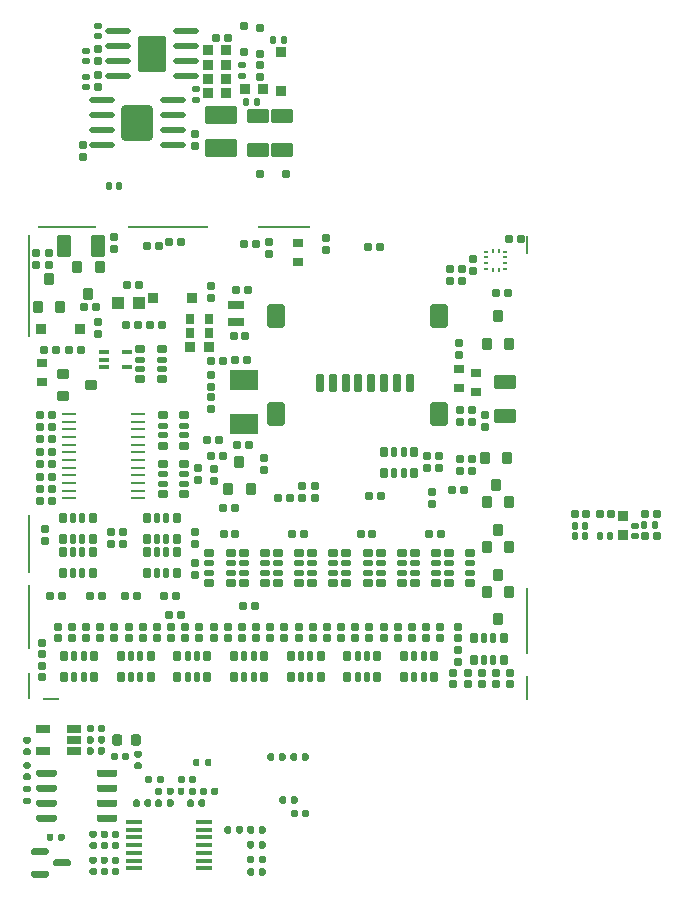
<source format=gbp>
G75*
G70*
%OFA0B0*%
%FSLAX25Y25*%
%IPPOS*%
%LPD*%
%AMOC8*
5,1,8,0,0,1.08239X$1,22.5*
%
%AMM1*
21,1,0.035430,0.030320,0.000000,0.000000,90.000000*
21,1,0.028350,0.037400,0.000000,0.000000,90.000000*
1,1,0.007090,0.015160,0.014170*
1,1,0.007090,0.015160,-0.014170*
1,1,0.007090,-0.015160,-0.014170*
1,1,0.007090,-0.015160,0.014170*
%
%AMM10*
21,1,0.025590,0.026380,0.000000,0.000000,90.000000*
21,1,0.020470,0.031500,0.000000,0.000000,90.000000*
1,1,0.005120,0.013190,0.010240*
1,1,0.005120,0.013190,-0.010240*
1,1,0.005120,-0.013190,-0.010240*
1,1,0.005120,-0.013190,0.010240*
%
%AMM11*
21,1,0.017720,0.027950,0.000000,0.000000,90.000000*
21,1,0.014170,0.031500,0.000000,0.000000,90.000000*
1,1,0.003540,0.013980,0.007090*
1,1,0.003540,0.013980,-0.007090*
1,1,0.003540,-0.013980,-0.007090*
1,1,0.003540,-0.013980,0.007090*
%
%AMM13*
21,1,0.012600,0.028980,0.000000,0.000000,90.000000*
21,1,0.010080,0.031500,0.000000,0.000000,90.000000*
1,1,0.002520,0.014490,0.005040*
1,1,0.002520,0.014490,-0.005040*
1,1,0.002520,-0.014490,-0.005040*
1,1,0.002520,-0.014490,0.005040*
%
%AMM16*
21,1,0.027560,0.018900,0.000000,0.000000,90.000000*
21,1,0.022840,0.023620,0.000000,0.000000,90.000000*
1,1,0.004720,0.009450,0.011420*
1,1,0.004720,0.009450,-0.011420*
1,1,0.004720,-0.009450,-0.011420*
1,1,0.004720,-0.009450,0.011420*
%
%AMM170*
21,1,0.035830,0.026770,0.000000,-0.000000,270.000000*
21,1,0.029130,0.033470,0.000000,-0.000000,270.000000*
1,1,0.006690,-0.013390,-0.014570*
1,1,0.006690,-0.013390,0.014570*
1,1,0.006690,0.013390,0.014570*
1,1,0.006690,0.013390,-0.014570*
%
%AMM171*
21,1,0.070870,0.036220,0.000000,-0.000000,0.000000*
21,1,0.061810,0.045280,0.000000,-0.000000,0.000000*
1,1,0.009060,0.030910,-0.018110*
1,1,0.009060,-0.030910,-0.018110*
1,1,0.009060,-0.030910,0.018110*
1,1,0.009060,0.030910,0.018110*
%
%AMM174*
21,1,0.023620,0.018900,0.000000,-0.000000,0.000000*
21,1,0.018900,0.023620,0.000000,-0.000000,0.000000*
1,1,0.004720,0.009450,-0.009450*
1,1,0.004720,-0.009450,-0.009450*
1,1,0.004720,-0.009450,0.009450*
1,1,0.004720,0.009450,0.009450*
%
%AMM175*
21,1,0.019680,0.019680,0.000000,-0.000000,270.000000*
21,1,0.015750,0.023620,0.000000,-0.000000,270.000000*
1,1,0.003940,-0.009840,-0.007870*
1,1,0.003940,-0.009840,0.007870*
1,1,0.003940,0.009840,0.007870*
1,1,0.003940,0.009840,-0.007870*
%
%AMM176*
21,1,0.019680,0.019680,0.000000,-0.000000,180.000000*
21,1,0.015750,0.023620,0.000000,-0.000000,180.000000*
1,1,0.003940,-0.007870,0.009840*
1,1,0.003940,0.007870,0.009840*
1,1,0.003940,0.007870,-0.009840*
1,1,0.003940,-0.007870,-0.009840*
%
%AMM190*
21,1,0.023620,0.018900,0.000000,-0.000000,270.000000*
21,1,0.018900,0.023620,0.000000,-0.000000,270.000000*
1,1,0.004720,-0.009450,-0.009450*
1,1,0.004720,-0.009450,0.009450*
1,1,0.004720,0.009450,0.009450*
1,1,0.004720,0.009450,-0.009450*
%
%AMM191*
21,1,0.106300,0.050390,0.000000,-0.000000,0.000000*
21,1,0.093700,0.062990,0.000000,-0.000000,0.000000*
1,1,0.012600,0.046850,-0.025200*
1,1,0.012600,-0.046850,-0.025200*
1,1,0.012600,-0.046850,0.025200*
1,1,0.012600,0.046850,0.025200*
%
%AMM192*
21,1,0.033470,0.026770,0.000000,-0.000000,180.000000*
21,1,0.026770,0.033470,0.000000,-0.000000,180.000000*
1,1,0.006690,-0.013390,0.013390*
1,1,0.006690,0.013390,0.013390*
1,1,0.006690,0.013390,-0.013390*
1,1,0.006690,-0.013390,-0.013390*
%
%AMM193*
21,1,0.122050,0.075590,0.000000,-0.000000,90.000000*
21,1,0.103150,0.094490,0.000000,-0.000000,90.000000*
1,1,0.018900,0.037800,0.051580*
1,1,0.018900,0.037800,-0.051580*
1,1,0.018900,-0.037800,-0.051580*
1,1,0.018900,-0.037800,0.051580*
%
%AMM194*
21,1,0.118110,0.083460,0.000000,-0.000000,270.000000*
21,1,0.097240,0.104330,0.000000,-0.000000,270.000000*
1,1,0.020870,-0.041730,-0.048620*
1,1,0.020870,-0.041730,0.048620*
1,1,0.020870,0.041730,0.048620*
1,1,0.020870,0.041730,-0.048620*
%
%AMM33*
21,1,0.033470,0.026770,0.000000,0.000000,180.000000*
21,1,0.026770,0.033470,0.000000,0.000000,180.000000*
1,1,0.006690,-0.013390,0.013390*
1,1,0.006690,0.013390,0.013390*
1,1,0.006690,0.013390,-0.013390*
1,1,0.006690,-0.013390,-0.013390*
%
%AMM34*
21,1,0.035430,0.030320,0.000000,0.000000,180.000000*
21,1,0.028350,0.037400,0.000000,0.000000,180.000000*
1,1,0.007090,-0.014170,0.015160*
1,1,0.007090,0.014170,0.015160*
1,1,0.007090,0.014170,-0.015160*
1,1,0.007090,-0.014170,-0.015160*
%
%AMM35*
21,1,0.035830,0.026770,0.000000,0.000000,0.000000*
21,1,0.029130,0.033470,0.000000,0.000000,0.000000*
1,1,0.006690,0.014570,-0.013390*
1,1,0.006690,-0.014570,-0.013390*
1,1,0.006690,-0.014570,0.013390*
1,1,0.006690,0.014570,0.013390*
%
%AMM36*
21,1,0.070870,0.036220,0.000000,0.000000,0.000000*
21,1,0.061810,0.045280,0.000000,0.000000,0.000000*
1,1,0.009060,0.030910,-0.018110*
1,1,0.009060,-0.030910,-0.018110*
1,1,0.009060,-0.030910,0.018110*
1,1,0.009060,0.030910,0.018110*
%
%AMM37*
21,1,0.059060,0.020470,0.000000,0.000000,90.000000*
21,1,0.053940,0.025590,0.000000,0.000000,90.000000*
1,1,0.005120,0.010240,0.026970*
1,1,0.005120,0.010240,-0.026970*
1,1,0.005120,-0.010240,-0.026970*
1,1,0.005120,-0.010240,0.026970*
%
%AMM38*
21,1,0.078740,0.045670,0.000000,0.000000,90.000000*
21,1,0.067320,0.057090,0.000000,0.000000,90.000000*
1,1,0.011420,0.022840,0.033660*
1,1,0.011420,0.022840,-0.033660*
1,1,0.011420,-0.022840,-0.033660*
1,1,0.011420,-0.022840,0.033660*
%
%AMM39*
21,1,0.025590,0.026380,0.000000,0.000000,0.000000*
21,1,0.020470,0.031500,0.000000,0.000000,0.000000*
1,1,0.005120,0.010240,-0.013190*
1,1,0.005120,-0.010240,-0.013190*
1,1,0.005120,-0.010240,0.013190*
1,1,0.005120,0.010240,0.013190*
%
%AMM40*
21,1,0.017720,0.027950,0.000000,0.000000,0.000000*
21,1,0.014170,0.031500,0.000000,0.000000,0.000000*
1,1,0.003540,0.007090,-0.013980*
1,1,0.003540,-0.007090,-0.013980*
1,1,0.003540,-0.007090,0.013980*
1,1,0.003540,0.007090,0.013980*
%
%AMM41*
21,1,0.027560,0.030710,0.000000,0.000000,90.000000*
21,1,0.022050,0.036220,0.000000,0.000000,90.000000*
1,1,0.005510,0.015350,0.011020*
1,1,0.005510,0.015350,-0.011020*
1,1,0.005510,-0.015350,-0.011020*
1,1,0.005510,-0.015350,0.011020*
%
%AMM42*
21,1,0.027560,0.049610,0.000000,0.000000,270.000000*
21,1,0.022050,0.055120,0.000000,0.000000,270.000000*
1,1,0.005510,-0.024800,-0.011020*
1,1,0.005510,-0.024800,0.011020*
1,1,0.005510,0.024800,0.011020*
1,1,0.005510,0.024800,-0.011020*
%
%AMM43*
21,1,0.027560,0.030710,0.000000,0.000000,0.000000*
21,1,0.022050,0.036220,0.000000,0.000000,0.000000*
1,1,0.005510,0.011020,-0.015350*
1,1,0.005510,-0.011020,-0.015350*
1,1,0.005510,-0.011020,0.015350*
1,1,0.005510,0.011020,0.015350*
%
%AMM44*
21,1,0.070870,0.036220,0.000000,0.000000,90.000000*
21,1,0.061810,0.045280,0.000000,0.000000,90.000000*
1,1,0.009060,0.018110,0.030910*
1,1,0.009060,0.018110,-0.030910*
1,1,0.009060,-0.018110,-0.030910*
1,1,0.009060,-0.018110,0.030910*
%
%AMM59*
21,1,0.023620,0.018900,0.000000,0.000000,180.000000*
21,1,0.018900,0.023620,0.000000,0.000000,180.000000*
1,1,0.004720,-0.009450,0.009450*
1,1,0.004720,0.009450,0.009450*
1,1,0.004720,0.009450,-0.009450*
1,1,0.004720,-0.009450,-0.009450*
%
%AMM60*
21,1,0.019680,0.019680,0.000000,0.000000,270.000000*
21,1,0.015750,0.023620,0.000000,0.000000,270.000000*
1,1,0.003940,-0.009840,-0.007870*
1,1,0.003940,-0.009840,0.007870*
1,1,0.003940,0.009840,0.007870*
1,1,0.003940,0.009840,-0.007870*
%
%AMM61*
21,1,0.033470,0.026770,0.000000,0.000000,270.000000*
21,1,0.026770,0.033470,0.000000,0.000000,270.000000*
1,1,0.006690,-0.013390,-0.013390*
1,1,0.006690,-0.013390,0.013390*
1,1,0.006690,0.013390,0.013390*
1,1,0.006690,0.013390,-0.013390*
%
%AMM62*
21,1,0.019680,0.019680,0.000000,0.000000,0.000000*
21,1,0.015750,0.023620,0.000000,0.000000,0.000000*
1,1,0.003940,0.007870,-0.009840*
1,1,0.003940,-0.007870,-0.009840*
1,1,0.003940,-0.007870,0.009840*
1,1,0.003940,0.007870,0.009840*
%
%AMM7*
21,1,0.027560,0.018900,0.000000,0.000000,180.000000*
21,1,0.022840,0.023620,0.000000,0.000000,180.000000*
1,1,0.004720,-0.011420,0.009450*
1,1,0.004720,0.011420,0.009450*
1,1,0.004720,0.011420,-0.009450*
1,1,0.004720,-0.011420,-0.009450*
%
%ADD122M33*%
%ADD123M34*%
%ADD124M35*%
%ADD125R,0.03937X0.04331*%
%ADD126M36*%
%ADD127M37*%
%ADD128M38*%
%ADD130R,0.09449X0.06693*%
%ADD131M39*%
%ADD132M40*%
%ADD133M41*%
%ADD134M42*%
%ADD135M43*%
%ADD136M44*%
%ADD137O,0.04961X0.00984*%
%ADD138R,0.00984X0.01378*%
%ADD139R,0.01378X0.00984*%
%ADD14R,0.00787X0.09055*%
%ADD15R,0.00787X0.21260*%
%ADD16R,0.00787X0.33858*%
%ADD163M59*%
%ADD164M60*%
%ADD165M61*%
%ADD166M62*%
%ADD17R,0.00787X0.19685*%
%ADD18R,0.05512X0.00787*%
%ADD181R,0.05709X0.01772*%
%ADD182R,0.04803X0.02559*%
%ADD19R,0.19685X0.00787*%
%ADD20R,0.26772X0.00787*%
%ADD21R,0.17717X0.00787*%
%ADD22R,0.00787X0.06299*%
%ADD23R,0.00787X0.22441*%
%ADD24R,0.00787X0.07874*%
%ADD251O,0.08661X0.01968*%
%ADD302M170*%
%ADD303M171*%
%ADD306M174*%
%ADD307M175*%
%ADD308M176*%
%ADD322M190*%
%ADD323M191*%
%ADD324M192*%
%ADD325M193*%
%ADD326M194*%
%ADD64M1*%
%ADD70M7*%
%ADD74M10*%
%ADD75M11*%
%ADD79M13*%
%ADD85M16*%
X0000000Y0000000D02*
%LPD*%
G01*
X0207421Y0164902D02*
%LPD*%
G01*
X0009496Y0068685D02*
G01*
G75*
D15*
X0009890Y0096244D02*
D03*
D14*
X0009890Y0073213D02*
D03*
D17*
X0009890Y0120653D02*
D03*
D24*
X0175638Y0072622D02*
D03*
D19*
X0022488Y0226165D02*
D03*
D20*
X0055953Y0226165D02*
D03*
D21*
X0094732Y0226165D02*
D03*
D23*
X0175638Y0094866D02*
D03*
D22*
X0175638Y0220260D02*
D03*
D18*
X0016976Y0069079D02*
D03*
D16*
X0009890Y0206480D02*
D03*
D64*
X0021111Y0169927D02*
D03*
X0030363Y0173667D02*
D03*
D64*
X0021111Y0177408D02*
D03*
D70*
X0157478Y0165142D02*
D03*
X0157478Y0161205D02*
D03*
X0041189Y0120653D02*
D03*
X0041189Y0124590D02*
D03*
X0161858Y0163567D02*
D03*
X0161858Y0159630D02*
D03*
X0038138Y0222819D02*
D03*
X0038138Y0218882D02*
D03*
X0071321Y0145457D02*
D03*
X0071321Y0141520D02*
D03*
X0088226Y0145385D02*
D03*
X0088226Y0149322D02*
D03*
X0066189Y0141913D02*
D03*
X0066189Y0145850D02*
D03*
X0014995Y0125501D02*
D03*
X0014995Y0121564D02*
D03*
X0032724Y0194669D02*
D03*
X0032724Y0190732D02*
D03*
X0012252Y0213764D02*
D03*
X0012252Y0217701D02*
D03*
X0144142Y0137976D02*
D03*
X0144142Y0134039D02*
D03*
X0070520Y0202543D02*
D03*
X0070520Y0206480D02*
D03*
X0100737Y0136106D02*
D03*
X0100737Y0140043D02*
D03*
X0089712Y0217406D02*
D03*
X0089712Y0221342D02*
D03*
X0142567Y0149787D02*
D03*
X0142567Y0145850D02*
D03*
X0146504Y0149787D02*
D03*
X0146504Y0145850D02*
D03*
X0016386Y0213764D02*
D03*
X0016386Y0217701D02*
D03*
X0153394Y0165142D02*
D03*
X0153394Y0161205D02*
D03*
X0153197Y0187583D02*
D03*
X0153197Y0183646D02*
D03*
X0105067Y0136106D02*
D03*
X0105067Y0140043D02*
D03*
X0108709Y0222622D02*
D03*
X0108709Y0218685D02*
D03*
X0070520Y0173016D02*
D03*
X0070520Y0176953D02*
D03*
X0070520Y0169472D02*
D03*
X0070520Y0165535D02*
D03*
X0057134Y0093094D02*
D03*
X0057134Y0089157D02*
D03*
X0061858Y0093094D02*
D03*
X0061858Y0089157D02*
D03*
X0066583Y0093094D02*
D03*
X0066583Y0089157D02*
D03*
X0071307Y0093094D02*
D03*
X0071307Y0089157D02*
D03*
X0155953Y0073803D02*
D03*
X0155953Y0077740D02*
D03*
X0160677Y0077740D02*
D03*
X0160677Y0073803D02*
D03*
X0165401Y0073803D02*
D03*
X0165401Y0077740D02*
D03*
X0170126Y0073803D02*
D03*
X0170126Y0077740D02*
D03*
X0037252Y0120653D02*
D03*
X0037252Y0124590D02*
D03*
X0065205Y0120653D02*
D03*
X0065205Y0124590D02*
D03*
X0033512Y0093094D02*
D03*
X0033512Y0089157D02*
D03*
X0028788Y0093094D02*
D03*
X0028788Y0089157D02*
D03*
X0024063Y0093094D02*
D03*
X0024063Y0089157D02*
D03*
X0019339Y0093094D02*
D03*
X0019339Y0089157D02*
D03*
X0052410Y0093094D02*
D03*
X0052410Y0089157D02*
D03*
X0047685Y0093094D02*
D03*
X0047685Y0089157D02*
D03*
X0042961Y0093094D02*
D03*
X0042961Y0089157D02*
D03*
X0038236Y0093094D02*
D03*
X0038236Y0089157D02*
D03*
X0090205Y0093094D02*
D03*
X0090205Y0089157D02*
D03*
X0085481Y0093094D02*
D03*
X0085481Y0089157D02*
D03*
X0080756Y0093094D02*
D03*
X0080756Y0089157D02*
D03*
X0076032Y0093094D02*
D03*
X0076032Y0089157D02*
D03*
X0109103Y0089157D02*
D03*
X0109103Y0093094D02*
D03*
X0104378Y0093094D02*
D03*
X0104378Y0089157D02*
D03*
X0099654Y0093094D02*
D03*
X0099654Y0089157D02*
D03*
X0094929Y0093094D02*
D03*
X0094929Y0089157D02*
D03*
X0128000Y0093094D02*
D03*
X0128000Y0089157D02*
D03*
X0123276Y0093094D02*
D03*
X0123276Y0089157D02*
D03*
X0118551Y0093094D02*
D03*
X0118551Y0089157D02*
D03*
X0113827Y0093094D02*
D03*
X0113827Y0089157D02*
D03*
X0142173Y0093094D02*
D03*
X0142173Y0089157D02*
D03*
X0137449Y0093094D02*
D03*
X0137449Y0089157D02*
D03*
X0132724Y0093094D02*
D03*
X0132724Y0089157D02*
D03*
X0014220Y0083842D02*
D03*
X0014220Y0087779D02*
D03*
X0151229Y0077740D02*
D03*
X0151229Y0073803D02*
D03*
X0065205Y0110417D02*
D03*
X0065205Y0114354D02*
D03*
X0152803Y0089157D02*
D03*
X0152803Y0093094D02*
D03*
X0014220Y0076165D02*
D03*
X0014220Y0080102D02*
D03*
X0152803Y0085220D02*
D03*
X0152803Y0081283D02*
D03*
X0157921Y0215535D02*
D03*
X0157921Y0211598D02*
D03*
X0146898Y0093094D02*
D03*
X0146898Y0089157D02*
D03*
D74*
X0046898Y0185516D02*
D03*
X0053984Y0185516D02*
D03*
X0053984Y0175476D02*
D03*
X0046898Y0175476D02*
D03*
X0061465Y0137287D02*
D03*
X0054378Y0137287D02*
D03*
X0054378Y0147327D02*
D03*
X0061465Y0147327D02*
D03*
X0061465Y0153429D02*
D03*
X0054378Y0153429D02*
D03*
X0054378Y0163469D02*
D03*
X0061465Y0163469D02*
D03*
X0156937Y0117602D02*
D03*
X0149850Y0117602D02*
D03*
X0149850Y0107563D02*
D03*
X0156937Y0107563D02*
D03*
X0138433Y0107563D02*
D03*
X0145520Y0107563D02*
D03*
X0145520Y0117602D02*
D03*
X0138433Y0117602D02*
D03*
X0088433Y0117602D02*
D03*
X0081347Y0117602D02*
D03*
X0081347Y0107563D02*
D03*
X0088433Y0107563D02*
D03*
X0069929Y0107563D02*
D03*
X0077016Y0107563D02*
D03*
X0077016Y0117602D02*
D03*
X0069929Y0117602D02*
D03*
X0111268Y0117602D02*
D03*
X0104181Y0117602D02*
D03*
X0104181Y0107563D02*
D03*
X0111268Y0107563D02*
D03*
X0092764Y0107563D02*
D03*
X0099851Y0107563D02*
D03*
X0099851Y0117602D02*
D03*
X0092764Y0117602D02*
D03*
X0134103Y0117602D02*
D03*
X0127016Y0117602D02*
D03*
X0127016Y0107563D02*
D03*
X0134103Y0107563D02*
D03*
X0115599Y0107563D02*
D03*
X0122685Y0107563D02*
D03*
X0122685Y0117602D02*
D03*
X0115599Y0117602D02*
D03*
D75*
X0053984Y0178921D02*
D03*
X0053984Y0182071D02*
D03*
X0046898Y0182071D02*
D03*
X0046898Y0178921D02*
D03*
X0054378Y0143882D02*
D03*
X0054378Y0140732D02*
D03*
X0061465Y0140732D02*
D03*
X0061465Y0143882D02*
D03*
X0054378Y0160024D02*
D03*
X0054378Y0156874D02*
D03*
X0061465Y0156874D02*
D03*
X0061465Y0160024D02*
D03*
X0156937Y0114157D02*
D03*
X0156937Y0111008D02*
D03*
X0149850Y0111008D02*
D03*
X0149850Y0114157D02*
D03*
X0138433Y0111008D02*
D03*
X0138433Y0114157D02*
D03*
X0145520Y0114157D02*
D03*
X0145520Y0111008D02*
D03*
X0088433Y0114157D02*
D03*
X0088433Y0111008D02*
D03*
X0081347Y0111008D02*
D03*
X0081347Y0114157D02*
D03*
X0069929Y0111008D02*
D03*
X0069929Y0114157D02*
D03*
X0077016Y0114157D02*
D03*
X0077016Y0111008D02*
D03*
X0111268Y0114157D02*
D03*
X0111268Y0111008D02*
D03*
X0104181Y0111008D02*
D03*
X0104181Y0114157D02*
D03*
X0092764Y0111008D02*
D03*
X0092764Y0114157D02*
D03*
X0099851Y0114157D02*
D03*
X0099851Y0111008D02*
D03*
X0134103Y0114157D02*
D03*
X0134103Y0111008D02*
D03*
X0127016Y0111008D02*
D03*
X0127016Y0114157D02*
D03*
X0115599Y0111008D02*
D03*
X0115599Y0114157D02*
D03*
X0122685Y0114157D02*
D03*
X0122685Y0111008D02*
D03*
D79*
X0034890Y0179512D02*
D03*
X0034890Y0182071D02*
D03*
X0034890Y0184630D02*
D03*
X0042370Y0184630D02*
D03*
X0042370Y0179512D02*
D03*
D85*
X0053197Y0220063D02*
D03*
X0049260Y0220063D02*
D03*
X0169339Y0204315D02*
D03*
X0165401Y0204315D02*
D03*
X0028239Y0199494D02*
D03*
X0032176Y0199494D02*
D03*
X0053984Y0193488D02*
D03*
X0050047Y0193488D02*
D03*
X0042173Y0193488D02*
D03*
X0046110Y0193488D02*
D03*
X0150835Y0138764D02*
D03*
X0154772Y0138764D02*
D03*
X0081543Y0220654D02*
D03*
X0085480Y0220654D02*
D03*
X0150244Y0208449D02*
D03*
X0154181Y0208449D02*
D03*
X0122882Y0219472D02*
D03*
X0126819Y0219472D02*
D03*
X0078406Y0132663D02*
D03*
X0074469Y0132663D02*
D03*
X0069142Y0155299D02*
D03*
X0073079Y0155299D02*
D03*
X0079181Y0153724D02*
D03*
X0083118Y0153724D02*
D03*
X0078394Y0182071D02*
D03*
X0082331Y0182071D02*
D03*
X0173669Y0222228D02*
D03*
X0169732Y0222228D02*
D03*
X0060480Y0221244D02*
D03*
X0056543Y0221244D02*
D03*
X0042567Y0206874D02*
D03*
X0046504Y0206874D02*
D03*
X0153591Y0145063D02*
D03*
X0157528Y0145063D02*
D03*
X0153591Y0149000D02*
D03*
X0157528Y0149000D02*
D03*
X0154181Y0212386D02*
D03*
X0150244Y0212386D02*
D03*
X0127114Y0136500D02*
D03*
X0123177Y0136500D02*
D03*
X0070520Y0181677D02*
D03*
X0074457Y0181677D02*
D03*
X0070520Y0149984D02*
D03*
X0074457Y0149984D02*
D03*
X0078787Y0205299D02*
D03*
X0082724Y0205299D02*
D03*
X0078000Y0189945D02*
D03*
X0081937Y0189945D02*
D03*
X0092862Y0136106D02*
D03*
X0096799Y0136106D02*
D03*
X0147095Y0123803D02*
D03*
X0143158Y0123803D02*
D03*
X0078591Y0123803D02*
D03*
X0074654Y0123803D02*
D03*
X0101425Y0123803D02*
D03*
X0097488Y0123803D02*
D03*
X0124260Y0123803D02*
D03*
X0120323Y0123803D02*
D03*
X0085087Y0099787D02*
D03*
X0081150Y0099787D02*
D03*
X0030035Y0103331D02*
D03*
X0033972Y0103331D02*
D03*
X0020846Y0103331D02*
D03*
X0016909Y0103331D02*
D03*
X0054839Y0103331D02*
D03*
X0058776Y0103331D02*
D03*
X0045650Y0103331D02*
D03*
X0041713Y0103331D02*
D03*
X0018748Y0185220D02*
D03*
X0014811Y0185220D02*
D03*
X0023276Y0185220D02*
D03*
X0027213Y0185220D02*
D03*
X0060284Y0097031D02*
D03*
X0056347Y0097031D02*
D03*
X0013433Y0134827D02*
D03*
X0017370Y0134827D02*
D03*
X0013433Y0147228D02*
D03*
X0017370Y0147228D02*
D03*
X0013433Y0151362D02*
D03*
X0017370Y0151362D02*
D03*
X0013433Y0159630D02*
D03*
X0017370Y0159630D02*
D03*
X0013433Y0155496D02*
D03*
X0017370Y0155496D02*
D03*
X0013433Y0163764D02*
D03*
X0017370Y0163764D02*
D03*
X0013433Y0143095D02*
D03*
X0017370Y0143095D02*
D03*
X0013433Y0138961D02*
D03*
X0017370Y0138961D02*
D03*
D122*
X0063473Y0186205D02*
D03*
X0069693Y0186205D02*
D03*
D123*
X0166076Y0196556D02*
D03*
X0169816Y0187304D02*
D03*
X0083647Y0138805D02*
D03*
X0079907Y0148057D02*
D03*
X0020126Y0199669D02*
D03*
X0016386Y0208921D02*
D03*
X0025835Y0213094D02*
D03*
X0029575Y0203843D02*
D03*
X0162449Y0104709D02*
D03*
X0166189Y0095457D02*
D03*
X0166189Y0110352D02*
D03*
X0162449Y0119604D02*
D03*
X0162449Y0134499D02*
D03*
X0166189Y0125247D02*
D03*
X0161662Y0149394D02*
D03*
X0165402Y0140142D02*
D03*
D123*
X0162336Y0187304D02*
D03*
X0076167Y0138805D02*
D03*
X0012646Y0199669D02*
D03*
X0033315Y0213095D02*
D03*
X0169929Y0104709D02*
D03*
X0169929Y0119604D02*
D03*
X0169929Y0134499D02*
D03*
X0169142Y0149394D02*
D03*
D124*
X0013827Y0192307D02*
D03*
X0026819Y0192307D02*
D03*
X0051228Y0202543D02*
D03*
X0064221Y0202543D02*
D03*
D125*
X0046307Y0200968D02*
D03*
X0039614Y0200968D02*
D03*
D126*
X0168551Y0163173D02*
D03*
X0168551Y0174590D02*
D03*
D127*
X0106622Y0174209D02*
D03*
X0110953Y0174209D02*
D03*
X0115284Y0174209D02*
D03*
X0119614Y0174209D02*
D03*
X0123945Y0174209D02*
D03*
X0128276Y0174209D02*
D03*
X0132607Y0174209D02*
D03*
X0136937Y0174209D02*
D03*
D128*
X0146307Y0163973D02*
D03*
X0146307Y0196650D02*
D03*
X0092174Y0196650D02*
D03*
X0092174Y0163973D02*
D03*
D130*
X0081544Y0175181D02*
D03*
X0081544Y0160614D02*
D03*
D131*
X0128099Y0151362D02*
D03*
X0128099Y0144276D02*
D03*
X0138138Y0144276D02*
D03*
X0138138Y0151362D02*
D03*
X0059201Y0076362D02*
D03*
X0059201Y0083449D02*
D03*
X0069240Y0083449D02*
D03*
X0069240Y0076362D02*
D03*
X0031051Y0110811D02*
D03*
X0031051Y0117898D02*
D03*
X0021012Y0117898D02*
D03*
X0021012Y0110811D02*
D03*
X0021012Y0129315D02*
D03*
X0021012Y0122228D02*
D03*
X0031051Y0122228D02*
D03*
X0031051Y0129315D02*
D03*
X0059004Y0110811D02*
D03*
X0059004Y0117898D02*
D03*
X0048965Y0117898D02*
D03*
X0048965Y0110811D02*
D03*
X0048965Y0129315D02*
D03*
X0048965Y0122228D02*
D03*
X0059004Y0122228D02*
D03*
X0059004Y0129315D02*
D03*
X0021406Y0076362D02*
D03*
X0021406Y0083449D02*
D03*
X0031445Y0083449D02*
D03*
X0031445Y0076362D02*
D03*
X0040303Y0076362D02*
D03*
X0040303Y0083449D02*
D03*
X0050342Y0083449D02*
D03*
X0050342Y0076362D02*
D03*
X0078098Y0076362D02*
D03*
X0078098Y0083449D02*
D03*
X0088138Y0083449D02*
D03*
X0088138Y0076362D02*
D03*
X0096996Y0076362D02*
D03*
X0096996Y0083449D02*
D03*
X0107036Y0083449D02*
D03*
X0107036Y0076362D02*
D03*
X0115894Y0076362D02*
D03*
X0115894Y0083449D02*
D03*
X0125933Y0083449D02*
D03*
X0125933Y0076362D02*
D03*
X0134791Y0076362D02*
D03*
X0134791Y0083449D02*
D03*
X0144831Y0083449D02*
D03*
X0144831Y0076362D02*
D03*
X0168059Y0082071D02*
D03*
X0168059Y0089157D02*
D03*
X0158020Y0089157D02*
D03*
X0158020Y0082071D02*
D03*
D132*
X0131543Y0151362D02*
D03*
X0134693Y0151362D02*
D03*
X0134693Y0144276D02*
D03*
X0131543Y0144276D02*
D03*
X0065795Y0083449D02*
D03*
X0062646Y0083449D02*
D03*
X0062646Y0076362D02*
D03*
X0065795Y0076362D02*
D03*
X0027606Y0110811D02*
D03*
X0024457Y0110811D02*
D03*
X0024457Y0117898D02*
D03*
X0027606Y0117898D02*
D03*
X0024457Y0129315D02*
D03*
X0027606Y0129315D02*
D03*
X0027606Y0122228D02*
D03*
X0024457Y0122228D02*
D03*
X0055559Y0110811D02*
D03*
X0052409Y0110811D02*
D03*
X0052409Y0117898D02*
D03*
X0055559Y0117898D02*
D03*
X0052410Y0129315D02*
D03*
X0055559Y0129315D02*
D03*
X0055559Y0122228D02*
D03*
X0052410Y0122228D02*
D03*
X0028000Y0083449D02*
D03*
X0024851Y0083449D02*
D03*
X0024851Y0076362D02*
D03*
X0028000Y0076362D02*
D03*
X0046898Y0083449D02*
D03*
X0043748Y0083449D02*
D03*
X0043748Y0076362D02*
D03*
X0046898Y0076362D02*
D03*
X0084693Y0083449D02*
D03*
X0081543Y0083449D02*
D03*
X0081543Y0076362D02*
D03*
X0084693Y0076362D02*
D03*
X0103591Y0083449D02*
D03*
X0100441Y0083449D02*
D03*
X0100441Y0076362D02*
D03*
X0103591Y0076362D02*
D03*
X0122488Y0083449D02*
D03*
X0119339Y0083449D02*
D03*
X0119339Y0076362D02*
D03*
X0122488Y0076362D02*
D03*
X0141386Y0083449D02*
D03*
X0138236Y0083449D02*
D03*
X0138236Y0076362D02*
D03*
X0141386Y0076362D02*
D03*
X0164614Y0082071D02*
D03*
X0161465Y0082071D02*
D03*
X0161465Y0089157D02*
D03*
X0164614Y0089157D02*
D03*
D133*
X0153197Y0178921D02*
D03*
X0153197Y0172622D02*
D03*
X0099555Y0214650D02*
D03*
X0099555Y0220949D02*
D03*
X0014221Y0180890D02*
D03*
X0014221Y0174590D02*
D03*
X0158709Y0171441D02*
D03*
X0158709Y0177740D02*
D03*
D134*
X0078787Y0200378D02*
D03*
X0078787Y0194472D02*
D03*
D135*
X0069733Y0195457D02*
D03*
X0063433Y0195457D02*
D03*
X0069733Y0190831D02*
D03*
X0063433Y0190831D02*
D03*
D136*
X0021307Y0220063D02*
D03*
X0032724Y0220063D02*
D03*
D137*
X0023118Y0135811D02*
D03*
X0023118Y0138370D02*
D03*
X0023118Y0140929D02*
D03*
X0023118Y0143488D02*
D03*
X0023118Y0146047D02*
D03*
X0023118Y0148606D02*
D03*
X0023118Y0151165D02*
D03*
X0023118Y0153724D02*
D03*
X0023118Y0156283D02*
D03*
X0023118Y0158843D02*
D03*
X0023118Y0161401D02*
D03*
X0023118Y0163961D02*
D03*
X0046111Y0135811D02*
D03*
X0046111Y0138370D02*
D03*
X0046111Y0140929D02*
D03*
X0046111Y0143488D02*
D03*
X0046111Y0146047D02*
D03*
X0046111Y0148606D02*
D03*
X0046111Y0151165D02*
D03*
X0046111Y0153724D02*
D03*
X0046111Y0156283D02*
D03*
X0046111Y0158843D02*
D03*
X0046111Y0161401D02*
D03*
X0046111Y0163961D02*
D03*
D138*
X0166386Y0211992D02*
D03*
X0164418Y0211992D02*
D03*
X0164418Y0218291D02*
D03*
X0166386Y0218291D02*
D03*
D139*
X0162252Y0212189D02*
D03*
X0162252Y0214158D02*
D03*
X0162252Y0216126D02*
D03*
X0162252Y0218094D02*
D03*
X0168552Y0212189D02*
D03*
X0168552Y0218094D02*
D03*
X0168552Y0214158D02*
D03*
X0168552Y0216126D02*
D03*
X0187110Y0120440D02*
G01*
G75*
D163*
X0215063Y0130676D02*
D03*
X0219000Y0130676D02*
D03*
X0203940Y0130676D02*
D03*
X0200003Y0130676D02*
D03*
X0195574Y0130676D02*
D03*
X0191637Y0130676D02*
D03*
X0215063Y0123393D02*
D03*
X0219000Y0123393D02*
D03*
D164*
X0211678Y0123196D02*
D03*
X0211678Y0126739D02*
D03*
D165*
X0207793Y0129909D02*
D03*
X0207793Y0123688D02*
D03*
D166*
X0195181Y0126739D02*
D03*
X0191638Y0126739D02*
D03*
X0203547Y0123196D02*
D03*
X0200004Y0123196D02*
D03*
X0218409Y0126797D02*
D03*
X0214866Y0126797D02*
D03*
X0191638Y0123196D02*
D03*
X0195181Y0123196D02*
D03*
X0002815Y0007437D02*
%LPD*%
G01*
G36*
G01*
X0082520Y0014796D02*
X0082520Y0016154D01*
G75*
G02*
X0083100Y0016735I0000581J0000000D01*
G01*
X0084262Y0016735D01*
G75*
G02*
X0084843Y0016154I0000000J-000581D01*
G01*
X0084843Y0014796D01*
G75*
G02*
X0084262Y0014215I-000581J0000000D01*
G01*
X0083100Y0014215D01*
G75*
G02*
X0082520Y0014796I0000000J0000581D01*
G01*
G37*
G36*
G01*
X0086339Y0014796D02*
X0086339Y0016154D01*
G75*
G02*
X0086919Y0016735I0000581J0000000D01*
G01*
X0088081Y0016735D01*
G75*
G02*
X0088661Y0016154I0000000J-000581D01*
G01*
X0088661Y0014796D01*
G75*
G02*
X0088081Y0014215I-000581J0000000D01*
G01*
X0086919Y0014215D01*
G75*
G02*
X0086339Y0014796I0000000J0000581D01*
G01*
G37*
G36*
G01*
X0096988Y0030085D02*
X0096988Y0031443D01*
G75*
G02*
X0097569Y0032024I0000581J0000000D01*
G01*
X0098730Y0032024D01*
G75*
G02*
X0099311Y0031443I0000000J-000581D01*
G01*
X0099311Y0030085D01*
G75*
G02*
X0098730Y0029504I-000581J0000000D01*
G01*
X0097569Y0029504D01*
G75*
G02*
X0096988Y0030085I0000000J0000581D01*
G01*
G37*
G36*
G01*
X0100807Y0030085D02*
X0100807Y0031443D01*
G75*
G02*
X0101388Y0032024I0000581J0000000D01*
G01*
X0102549Y0032024D01*
G75*
G02*
X0103130Y0031443I0000000J-000581D01*
G01*
X0103130Y0030085D01*
G75*
G02*
X0102549Y0029504I-000581J0000000D01*
G01*
X0101388Y0029504D01*
G75*
G02*
X0100807Y0030085I0000000J0000581D01*
G01*
G37*
G36*
G01*
X0047106Y0056281D02*
X0047106Y0054263D01*
G75*
G02*
X0046245Y0053402I-000861J0000000D01*
G01*
X0044523Y0053402D01*
G75*
G02*
X0043661Y0054263I0000000J0000861D01*
G01*
X0043661Y0056281D01*
G75*
G02*
X0044523Y0057142I0000861J0000000D01*
G01*
X0046245Y0057142D01*
G75*
G02*
X0047106Y0056281I0000000J-000861D01*
G01*
G37*
G36*
G01*
X0040906Y0056281D02*
X0040906Y0054263D01*
G75*
G02*
X0040044Y0053402I-000861J0000000D01*
G01*
X0038322Y0053402D01*
G75*
G02*
X0037461Y0054263I0000000J0000861D01*
G01*
X0037461Y0056281D01*
G75*
G02*
X0038322Y0057142I0000861J0000000D01*
G01*
X0040044Y0057142D01*
G75*
G02*
X0040906Y0056281I0000000J-000861D01*
G01*
G37*
G36*
G01*
X0088661Y0011955D02*
X0088661Y0010596D01*
G75*
G02*
X0088081Y0010016I-000581J0000000D01*
G01*
X0086919Y0010016D01*
G75*
G02*
X0086339Y0010596I0000000J0000581D01*
G01*
X0086339Y0011955D01*
G75*
G02*
X0086919Y0012535I0000581J0000000D01*
G01*
X0088081Y0012535D01*
G75*
G02*
X0088661Y0011955I0000000J-000581D01*
G01*
G37*
G36*
G01*
X0084843Y0011955D02*
X0084843Y0010596D01*
G75*
G02*
X0084262Y0010016I-000581J0000000D01*
G01*
X0083100Y0010016D01*
G75*
G02*
X0082520Y0010596I0000000J0000581D01*
G01*
X0082520Y0011955D01*
G75*
G02*
X0083100Y0012535I0000581J0000000D01*
G01*
X0084262Y0012535D01*
G75*
G02*
X0084843Y0011955I0000000J-000581D01*
G01*
G37*
G36*
G01*
X0028960Y0050951D02*
X0028960Y0052309D01*
G75*
G02*
X0029540Y0052890I0000581J0000000D01*
G01*
X0030702Y0052890D01*
G75*
G02*
X0031282Y0052309I0000000J-000581D01*
G01*
X0031282Y0050951D01*
G75*
G02*
X0030702Y0050370I-000581J0000000D01*
G01*
X0029540Y0050370D01*
G75*
G02*
X0028960Y0050951I0000000J0000581D01*
G01*
G37*
G36*
G01*
X0032778Y0050951D02*
X0032778Y0052309D01*
G75*
G02*
X0033359Y0052890I0000581J0000000D01*
G01*
X0034521Y0052890D01*
G75*
G02*
X0035101Y0052309I0000000J-000581D01*
G01*
X0035101Y0050951D01*
G75*
G02*
X0034521Y0050370I-000581J0000000D01*
G01*
X0033359Y0050370D01*
G75*
G02*
X0032778Y0050951I0000000J0000581D01*
G01*
G37*
G36*
G01*
X0037047Y0049081D02*
X0037047Y0050439D01*
G75*
G02*
X0037628Y0051020I0000581J0000000D01*
G01*
X0038789Y0051020D01*
G75*
G02*
X0039370Y0050439I0000000J-000581D01*
G01*
X0039370Y0049081D01*
G75*
G02*
X0038789Y0048500I-000581J0000000D01*
G01*
X0037628Y0048500D01*
G75*
G02*
X0037047Y0049081I0000000J0000581D01*
G01*
G37*
G36*
G01*
X0040866Y0049081D02*
X0040866Y0050439D01*
G75*
G02*
X0041447Y0051020I0000581J0000000D01*
G01*
X0042608Y0051020D01*
G75*
G02*
X0043189Y0050439I0000000J-000581D01*
G01*
X0043189Y0049081D01*
G75*
G02*
X0042608Y0048500I-000581J0000000D01*
G01*
X0041447Y0048500D01*
G75*
G02*
X0040866Y0049081I0000000J0000581D01*
G01*
G37*
G36*
G01*
X0008435Y0056413D02*
X0009793Y0056413D01*
G75*
G02*
X0010374Y0055833I0000000J-000581D01*
G01*
X0010374Y0054671D01*
G75*
G02*
X0009793Y0054091I-000581J0000000D01*
G01*
X0008435Y0054091D01*
G75*
G02*
X0007854Y0054671I0000000J0000581D01*
G01*
X0007854Y0055833D01*
G75*
G02*
X0008435Y0056413I0000581J0000000D01*
G01*
G37*
G36*
G01*
X0008435Y0052594D02*
X0009793Y0052594D01*
G75*
G02*
X0010374Y0052014I0000000J-000581D01*
G01*
X0010374Y0050852D01*
G75*
G02*
X0009793Y0050272I-000581J0000000D01*
G01*
X0008435Y0050272D01*
G75*
G02*
X0007854Y0050852I0000000J0000581D01*
G01*
X0007854Y0052014D01*
G75*
G02*
X0008435Y0052594I0000581J0000000D01*
G01*
G37*
G36*
G01*
X0057953Y0038825D02*
X0057953Y0037467D01*
G75*
G02*
X0057372Y0036886I-000581J0000000D01*
G01*
X0056211Y0036886D01*
G75*
G02*
X0055630Y0037467I0000000J0000581D01*
G01*
X0055630Y0038825D01*
G75*
G02*
X0056211Y0039406I0000581J0000000D01*
G01*
X0057372Y0039406D01*
G75*
G02*
X0057953Y0038825I0000000J-000581D01*
G01*
G37*
G36*
G01*
X0054134Y0038825D02*
X0054134Y0037467D01*
G75*
G02*
X0053553Y0036886I-000581J0000000D01*
G01*
X0052392Y0036886D01*
G75*
G02*
X0051811Y0037467I0000000J0000581D01*
G01*
X0051811Y0038825D01*
G75*
G02*
X0052392Y0039406I0000581J0000000D01*
G01*
X0053553Y0039406D01*
G75*
G02*
X0054134Y0038825I0000000J-000581D01*
G01*
G37*
G36*
G01*
X0051811Y0033530D02*
X0051811Y0034888D01*
G75*
G02*
X0052392Y0035468I0000581J0000000D01*
G01*
X0053553Y0035468D01*
G75*
G02*
X0054134Y0034888I0000000J-000581D01*
G01*
X0054134Y0033530D01*
G75*
G02*
X0053553Y0032949I-000581J0000000D01*
G01*
X0052392Y0032949D01*
G75*
G02*
X0051811Y0033530I0000000J0000581D01*
G01*
G37*
G36*
G01*
X0055630Y0033530D02*
X0055630Y0034888D01*
G75*
G02*
X0056211Y0035468I0000581J0000000D01*
G01*
X0057372Y0035468D01*
G75*
G02*
X0057953Y0034888I0000000J-000581D01*
G01*
X0057953Y0033530D01*
G75*
G02*
X0057372Y0032949I-000581J0000000D01*
G01*
X0056211Y0032949D01*
G75*
G02*
X0055630Y0033530I0000000J0000581D01*
G01*
G37*
G36*
G01*
X0099291Y0035970D02*
X0099291Y0034612D01*
G75*
G02*
X0098711Y0034031I-000581J0000000D01*
G01*
X0097549Y0034031D01*
G75*
G02*
X0096969Y0034612I0000000J0000581D01*
G01*
X0096969Y0035970D01*
G75*
G02*
X0097549Y0036551I0000581J0000000D01*
G01*
X0098711Y0036551D01*
G75*
G02*
X0099291Y0035970I0000000J-000581D01*
G01*
G37*
G36*
G01*
X0095472Y0035970D02*
X0095472Y0034612D01*
G75*
G02*
X0094892Y0034031I-000581J0000000D01*
G01*
X0093730Y0034031D01*
G75*
G02*
X0093150Y0034612I0000000J0000581D01*
G01*
X0093150Y0035970D01*
G75*
G02*
X0093730Y0036551I0000581J0000000D01*
G01*
X0094892Y0036551D01*
G75*
G02*
X0095472Y0035970I0000000J-000581D01*
G01*
G37*
D181*
X0044941Y0012555D03*
X0044941Y0015114D03*
X0044941Y0017673D03*
X0044941Y0020232D03*
X0044941Y0022791D03*
X0044941Y0025350D03*
X0044941Y0027909D03*
X0068169Y0027909D03*
X0068169Y0025350D03*
X0068169Y0022791D03*
X0068169Y0020232D03*
X0068169Y0017673D03*
X0068169Y0015114D03*
X0068169Y0012555D03*
G36*
G01*
X0035118Y0056049D02*
X0035118Y0054691D01*
G75*
G02*
X0034537Y0054110I-000581J0000000D01*
G01*
X0033376Y0054110D01*
G75*
G02*
X0032795Y0054691I0000000J0000581D01*
G01*
X0032795Y0056049D01*
G75*
G02*
X0033376Y0056630I0000581J0000000D01*
G01*
X0034537Y0056630D01*
G75*
G02*
X0035118Y0056049I0000000J-000581D01*
G01*
G37*
G36*
G01*
X0031299Y0056049D02*
X0031299Y0054691D01*
G75*
G02*
X0030719Y0054110I-000581J0000000D01*
G01*
X0029557Y0054110D01*
G75*
G02*
X0028976Y0054691I0000000J0000581D01*
G01*
X0028976Y0056049D01*
G75*
G02*
X0029557Y0056630I0000581J0000000D01*
G01*
X0030719Y0056630D01*
G75*
G02*
X0031299Y0056049I0000000J-000581D01*
G01*
G37*
G36*
G01*
X0028976Y0058431D02*
X0028976Y0059789D01*
G75*
G02*
X0029557Y0060370I0000581J0000000D01*
G01*
X0030719Y0060370D01*
G75*
G02*
X0031299Y0059789I0000000J-000581D01*
G01*
X0031299Y0058431D01*
G75*
G02*
X0030719Y0057850I-000581J0000000D01*
G01*
X0029557Y0057850D01*
G75*
G02*
X0028976Y0058431I0000000J0000581D01*
G01*
G37*
G36*
G01*
X0032795Y0058431D02*
X0032795Y0059789D01*
G75*
G02*
X0033376Y0060370I0000581J0000000D01*
G01*
X0034537Y0060370D01*
G75*
G02*
X0035118Y0059789I0000000J-000581D01*
G01*
X0035118Y0058431D01*
G75*
G02*
X0034537Y0057850I-000581J0000000D01*
G01*
X0033376Y0057850D01*
G75*
G02*
X0032795Y0058431I0000000J0000581D01*
G01*
G37*
G36*
G01*
X0089213Y0048982D02*
X0089213Y0050341D01*
G75*
G02*
X0089793Y0050921I0000581J0000000D01*
G01*
X0090955Y0050921D01*
G75*
G02*
X0091535Y0050341I0000000J-000581D01*
G01*
X0091535Y0048982D01*
G75*
G02*
X0090955Y0048402I-000581J0000000D01*
G01*
X0089793Y0048402D01*
G75*
G02*
X0089213Y0048982I0000000J0000581D01*
G01*
G37*
G36*
G01*
X0093032Y0048982D02*
X0093032Y0050341D01*
G75*
G02*
X0093612Y0050921I0000581J0000000D01*
G01*
X0094774Y0050921D01*
G75*
G02*
X0095354Y0050341I0000000J-000581D01*
G01*
X0095354Y0048982D01*
G75*
G02*
X0094774Y0048402I-000581J0000000D01*
G01*
X0093612Y0048402D01*
G75*
G02*
X0093032Y0048982I0000000J0000581D01*
G01*
G37*
G36*
G01*
X0082520Y0019684D02*
X0082520Y0021043D01*
G75*
G02*
X0083100Y0021623I0000581J0000000D01*
G01*
X0084262Y0021623D01*
G75*
G02*
X0084843Y0021043I0000000J-000581D01*
G01*
X0084843Y0019684D01*
G75*
G02*
X0084262Y0019104I-000581J0000000D01*
G01*
X0083100Y0019104D01*
G75*
G02*
X0082520Y0019684I0000000J0000581D01*
G01*
G37*
G36*
G01*
X0086339Y0019684D02*
X0086339Y0021043D01*
G75*
G02*
X0086919Y0021623I0000581J0000000D01*
G01*
X0088081Y0021623D01*
G75*
G02*
X0088661Y0021043I0000000J-000581D01*
G01*
X0088661Y0019684D01*
G75*
G02*
X0088081Y0019104I-000581J0000000D01*
G01*
X0086919Y0019104D01*
G75*
G02*
X0086339Y0019684I0000000J0000581D01*
G01*
G37*
G36*
G01*
X0054705Y0042762D02*
X0054705Y0041404D01*
G75*
G02*
X0054124Y0040823I-000581J0000000D01*
G01*
X0052963Y0040823D01*
G75*
G02*
X0052382Y0041404I0000000J0000581D01*
G01*
X0052382Y0042762D01*
G75*
G02*
X0052963Y0043343I0000581J0000000D01*
G01*
X0054124Y0043343D01*
G75*
G02*
X0054705Y0042762I0000000J-000581D01*
G01*
G37*
G36*
G01*
X0050886Y0042762D02*
X0050886Y0041404D01*
G75*
G02*
X0050305Y0040823I-000581J0000000D01*
G01*
X0049144Y0040823D01*
G75*
G02*
X0048563Y0041404I0000000J0000581D01*
G01*
X0048563Y0042762D01*
G75*
G02*
X0049144Y0043343I0000581J0000000D01*
G01*
X0050305Y0043343D01*
G75*
G02*
X0050886Y0042762I0000000J-000581D01*
G01*
G37*
G36*
G01*
X0103032Y0050341D02*
X0103032Y0048982D01*
G75*
G02*
X0102451Y0048402I-000581J0000000D01*
G01*
X0101289Y0048402D01*
G75*
G02*
X0100709Y0048982I0000000J0000581D01*
G01*
X0100709Y0050341D01*
G75*
G02*
X0101289Y0050921I0000581J0000000D01*
G01*
X0102451Y0050921D01*
G75*
G02*
X0103032Y0050341I0000000J-000581D01*
G01*
G37*
G36*
G01*
X0099213Y0050341D02*
X0099213Y0048982D01*
G75*
G02*
X0098632Y0048402I-000581J0000000D01*
G01*
X0097471Y0048402D01*
G75*
G02*
X0096890Y0048982I0000000J0000581D01*
G01*
X0096890Y0050341D01*
G75*
G02*
X0097471Y0050921I0000581J0000000D01*
G01*
X0098632Y0050921D01*
G75*
G02*
X0099213Y0050341I0000000J-000581D01*
G01*
G37*
G36*
G01*
X0050571Y0034888D02*
X0050571Y0033530D01*
G75*
G02*
X0049990Y0032949I-000581J0000000D01*
G01*
X0048829Y0032949D01*
G75*
G02*
X0048248Y0033530I0000000J0000581D01*
G01*
X0048248Y0034888D01*
G75*
G02*
X0048829Y0035468I0000581J0000000D01*
G01*
X0049990Y0035468D01*
G75*
G02*
X0050571Y0034888I0000000J-000581D01*
G01*
G37*
G36*
G01*
X0046752Y0034888D02*
X0046752Y0033530D01*
G75*
G02*
X0046171Y0032949I-000581J0000000D01*
G01*
X0045010Y0032949D01*
G75*
G02*
X0044429Y0033530I0000000J0000581D01*
G01*
X0044429Y0034888D01*
G75*
G02*
X0045010Y0035468I0000581J0000000D01*
G01*
X0046171Y0035468D01*
G75*
G02*
X0046752Y0034888I0000000J-000581D01*
G01*
G37*
G36*
G01*
X0039321Y0010272D02*
X0037963Y0010272D01*
G75*
G02*
X0037382Y0010852I0000000J0000581D01*
G01*
X0037382Y0012014D01*
G75*
G02*
X0037963Y0012594I0000581J0000000D01*
G01*
X0039321Y0012594D01*
G75*
G02*
X0039902Y0012014I0000000J-000581D01*
G01*
X0039902Y0010852D01*
G75*
G02*
X0039321Y0010272I-000581J0000000D01*
G01*
G37*
G36*
G01*
X0039321Y0014091D02*
X0037963Y0014091D01*
G75*
G02*
X0037382Y0014671I0000000J0000581D01*
G01*
X0037382Y0015833D01*
G75*
G02*
X0037963Y0016413I0000581J0000000D01*
G01*
X0039321Y0016413D01*
G75*
G02*
X0039902Y0015833I0000000J-000581D01*
G01*
X0039902Y0014671D01*
G75*
G02*
X0039321Y0014091I-000581J0000000D01*
G01*
G37*
G36*
G01*
X0065433Y0038825D02*
X0065433Y0037467D01*
G75*
G02*
X0064852Y0036886I-000581J0000000D01*
G01*
X0063691Y0036886D01*
G75*
G02*
X0063110Y0037467I0000000J0000581D01*
G01*
X0063110Y0038825D01*
G75*
G02*
X0063691Y0039406I0000581J0000000D01*
G01*
X0064852Y0039406D01*
G75*
G02*
X0065433Y0038825I0000000J-000581D01*
G01*
G37*
G36*
G01*
X0061614Y0038825D02*
X0061614Y0037467D01*
G75*
G02*
X0061034Y0036886I-000581J0000000D01*
G01*
X0059872Y0036886D01*
G75*
G02*
X0059291Y0037467I0000000J0000581D01*
G01*
X0059291Y0038825D01*
G75*
G02*
X0059872Y0039406I0000581J0000000D01*
G01*
X0061034Y0039406D01*
G75*
G02*
X0061614Y0038825I0000000J-000581D01*
G01*
G37*
G36*
G01*
X0066772Y0037467D02*
X0066772Y0038825D01*
G75*
G02*
X0067352Y0039406I0000581J0000000D01*
G01*
X0068514Y0039406D01*
G75*
G02*
X0069095Y0038825I0000000J-000581D01*
G01*
X0069095Y0037467D01*
G75*
G02*
X0068514Y0036886I-000581J0000000D01*
G01*
X0067352Y0036886D01*
G75*
G02*
X0066772Y0037467I0000000J0000581D01*
G01*
G37*
G36*
G01*
X0070591Y0037467D02*
X0070591Y0038825D01*
G75*
G02*
X0071171Y0039406I0000581J0000000D01*
G01*
X0072333Y0039406D01*
G75*
G02*
X0072913Y0038825I0000000J-000581D01*
G01*
X0072913Y0037467D01*
G75*
G02*
X0072333Y0036886I-000581J0000000D01*
G01*
X0071171Y0036886D01*
G75*
G02*
X0070591Y0037467I0000000J0000581D01*
G01*
G37*
G36*
G01*
X0035581Y0010272D02*
X0034222Y0010272D01*
G75*
G02*
X0033642Y0010852I0000000J0000581D01*
G01*
X0033642Y0012014D01*
G75*
G02*
X0034222Y0012594I0000581J0000000D01*
G01*
X0035581Y0012594D01*
G75*
G02*
X0036161Y0012014I0000000J-000581D01*
G01*
X0036161Y0010852D01*
G75*
G02*
X0035581Y0010272I-000581J0000000D01*
G01*
G37*
G36*
G01*
X0035581Y0014091D02*
X0034222Y0014091D01*
G75*
G02*
X0033642Y0014671I0000000J0000581D01*
G01*
X0033642Y0015833D01*
G75*
G02*
X0034222Y0016413I0000581J0000000D01*
G01*
X0035581Y0016413D01*
G75*
G02*
X0036161Y0015833I0000000J-000581D01*
G01*
X0036161Y0014671D01*
G75*
G02*
X0035581Y0014091I-000581J0000000D01*
G01*
G37*
D182*
X0024902Y0059110D03*
X0024902Y0055370D03*
X0024902Y0051630D03*
X0014587Y0051630D03*
X0014587Y0059110D03*
G36*
G01*
X0059390Y0041404D02*
X0059390Y0042762D01*
G75*
G02*
X0059971Y0043343I0000581J0000000D01*
G01*
X0061132Y0043343D01*
G75*
G02*
X0061713Y0042762I0000000J-000581D01*
G01*
X0061713Y0041404D01*
G75*
G02*
X0061132Y0040823I-000581J0000000D01*
G01*
X0059971Y0040823D01*
G75*
G02*
X0059390Y0041404I0000000J0000581D01*
G01*
G37*
G36*
G01*
X0063209Y0041404D02*
X0063209Y0042762D01*
G75*
G02*
X0063789Y0043343I0000581J0000000D01*
G01*
X0064951Y0043343D01*
G75*
G02*
X0065532Y0042762I0000000J-000581D01*
G01*
X0065532Y0041404D01*
G75*
G02*
X0064951Y0040823I-000581J0000000D01*
G01*
X0063789Y0040823D01*
G75*
G02*
X0063209Y0041404I0000000J0000581D01*
G01*
G37*
G36*
G01*
X0046801Y0045508D02*
X0045443Y0045508D01*
G75*
G02*
X0044862Y0046089I0000000J0000581D01*
G01*
X0044862Y0047250D01*
G75*
G02*
X0045443Y0047831I0000581J0000000D01*
G01*
X0046801Y0047831D01*
G75*
G02*
X0047382Y0047250I0000000J-000581D01*
G01*
X0047382Y0046089D01*
G75*
G02*
X0046801Y0045508I-000581J0000000D01*
G01*
G37*
G36*
G01*
X0046801Y0049327D02*
X0045443Y0049327D01*
G75*
G02*
X0044862Y0049907I0000000J0000581D01*
G01*
X0044862Y0051069D01*
G75*
G02*
X0045443Y0051650I0000581J0000000D01*
G01*
X0046801Y0051650D01*
G75*
G02*
X0047382Y0051069I0000000J-000581D01*
G01*
X0047382Y0049907D01*
G75*
G02*
X0046801Y0049327I-000581J0000000D01*
G01*
G37*
G36*
G01*
X0037963Y0025075D02*
X0039321Y0025075D01*
G75*
G02*
X0039902Y0024494I0000000J-000581D01*
G01*
X0039902Y0023333D01*
G75*
G02*
X0039321Y0022752I-000581J0000000D01*
G01*
X0037963Y0022752D01*
G75*
G02*
X0037382Y0023333I0000000J0000581D01*
G01*
X0037382Y0024494D01*
G75*
G02*
X0037963Y0025075I0000581J0000000D01*
G01*
G37*
G36*
G01*
X0037963Y0021256D02*
X0039321Y0021256D01*
G75*
G02*
X0039902Y0020675I0000000J-000581D01*
G01*
X0039902Y0019514D01*
G75*
G02*
X0039321Y0018933I-000581J0000000D01*
G01*
X0037963Y0018933D01*
G75*
G02*
X0037382Y0019514I0000000J0000581D01*
G01*
X0037382Y0020675D01*
G75*
G02*
X0037963Y0021256I0000581J0000000D01*
G01*
G37*
G36*
G01*
X0081083Y0026030D02*
X0081083Y0024671D01*
G75*
G02*
X0080502Y0024091I-000581J0000000D01*
G01*
X0079341Y0024091D01*
G75*
G02*
X0078760Y0024671I0000000J0000581D01*
G01*
X0078760Y0026030D01*
G75*
G02*
X0079341Y0026610I0000581J0000000D01*
G01*
X0080502Y0026610D01*
G75*
G02*
X0081083Y0026030I0000000J-000581D01*
G01*
G37*
G36*
G01*
X0077264Y0026030D02*
X0077264Y0024671D01*
G75*
G02*
X0076683Y0024091I-000581J0000000D01*
G01*
X0075522Y0024091D01*
G75*
G02*
X0074941Y0024671I0000000J0000581D01*
G01*
X0074941Y0026030D01*
G75*
G02*
X0075522Y0026610I0000581J0000000D01*
G01*
X0076683Y0026610D01*
G75*
G02*
X0077264Y0026030I0000000J-000581D01*
G01*
G37*
G36*
G01*
X0088661Y0026030D02*
X0088661Y0024671D01*
G75*
G02*
X0088081Y0024091I-000581J0000000D01*
G01*
X0086919Y0024091D01*
G75*
G02*
X0086339Y0024671I0000000J0000581D01*
G01*
X0086339Y0026030D01*
G75*
G02*
X0086919Y0026610I0000581J0000000D01*
G01*
X0088081Y0026610D01*
G75*
G02*
X0088661Y0026030I0000000J-000581D01*
G01*
G37*
G36*
G01*
X0084843Y0026030D02*
X0084843Y0024671D01*
G75*
G02*
X0084262Y0024091I-000581J0000000D01*
G01*
X0083100Y0024091D01*
G75*
G02*
X0082520Y0024671I0000000J0000581D01*
G01*
X0082520Y0026030D01*
G75*
G02*
X0083100Y0026610I0000581J0000000D01*
G01*
X0084262Y0026610D01*
G75*
G02*
X0084843Y0026030I0000000J-000581D01*
G01*
G37*
G36*
G01*
X0034222Y0025075D02*
X0035581Y0025075D01*
G75*
G02*
X0036161Y0024494I0000000J-000581D01*
G01*
X0036161Y0023333D01*
G75*
G02*
X0035581Y0022752I-000581J0000000D01*
G01*
X0034222Y0022752D01*
G75*
G02*
X0033642Y0023333I0000000J0000581D01*
G01*
X0033642Y0024494D01*
G75*
G02*
X0034222Y0025075I0000581J0000000D01*
G01*
G37*
G36*
G01*
X0034222Y0021256D02*
X0035581Y0021256D01*
G75*
G02*
X0036161Y0020675I0000000J-000581D01*
G01*
X0036161Y0019514D01*
G75*
G02*
X0035581Y0018933I-000581J0000000D01*
G01*
X0034222Y0018933D01*
G75*
G02*
X0033642Y0019514I0000000J0000581D01*
G01*
X0033642Y0020675D01*
G75*
G02*
X0034222Y0021256I0000581J0000000D01*
G01*
G37*
G36*
G01*
X0068583Y0034888D02*
X0068583Y0033530D01*
G75*
G02*
X0068002Y0032949I-000581J0000000D01*
G01*
X0066841Y0032949D01*
G75*
G02*
X0066260Y0033530I0000000J0000581D01*
G01*
X0066260Y0034888D01*
G75*
G02*
X0066841Y0035468I0000581J0000000D01*
G01*
X0068002Y0035468D01*
G75*
G02*
X0068583Y0034888I0000000J-000581D01*
G01*
G37*
G36*
G01*
X0064764Y0034888D02*
X0064764Y0033530D01*
G75*
G02*
X0064183Y0032949I-000581J0000000D01*
G01*
X0063022Y0032949D01*
G75*
G02*
X0062441Y0033530I0000000J0000581D01*
G01*
X0062441Y0034888D01*
G75*
G02*
X0063022Y0035468I0000581J0000000D01*
G01*
X0064183Y0035468D01*
G75*
G02*
X0064764Y0034888I0000000J-000581D01*
G01*
G37*
G36*
G01*
X0030482Y0025075D02*
X0031841Y0025075D01*
G75*
G02*
X0032421Y0024494I0000000J-000581D01*
G01*
X0032421Y0023333D01*
G75*
G02*
X0031841Y0022752I-000581J0000000D01*
G01*
X0030482Y0022752D01*
G75*
G02*
X0029902Y0023333I0000000J0000581D01*
G01*
X0029902Y0024494D01*
G75*
G02*
X0030482Y0025075I0000581J0000000D01*
G01*
G37*
G36*
G01*
X0030482Y0021256D02*
X0031841Y0021256D01*
G75*
G02*
X0032421Y0020675I0000000J-000581D01*
G01*
X0032421Y0019514D01*
G75*
G02*
X0031841Y0018933I-000581J0000000D01*
G01*
X0030482Y0018933D01*
G75*
G02*
X0029902Y0019514I0000000J0000581D01*
G01*
X0029902Y0020675D01*
G75*
G02*
X0030482Y0021256I0000581J0000000D01*
G01*
G37*
G36*
G01*
X0030482Y0016413D02*
X0031841Y0016413D01*
G75*
G02*
X0032421Y0015833I0000000J-000581D01*
G01*
X0032421Y0014671D01*
G75*
G02*
X0031841Y0014091I-000581J0000000D01*
G01*
X0030482Y0014091D01*
G75*
G02*
X0029902Y0014671I0000000J0000581D01*
G01*
X0029902Y0015833D01*
G75*
G02*
X0030482Y0016413I0000581J0000000D01*
G01*
G37*
G36*
G01*
X0030482Y0012594D02*
X0031841Y0012594D01*
G75*
G02*
X0032421Y0012014I0000000J-000581D01*
G01*
X0032421Y0010852D01*
G75*
G02*
X0031841Y0010272I-000581J0000000D01*
G01*
X0030482Y0010272D01*
G75*
G02*
X0029902Y0010852I0000000J0000581D01*
G01*
X0029902Y0012014D01*
G75*
G02*
X0030482Y0012594I0000581J0000000D01*
G01*
G37*
G36*
G01*
X0015669Y0022220D02*
X0015669Y0023559D01*
G75*
G02*
X0016220Y0024110I0000551J0000000D01*
G01*
X0017323Y0024110D01*
G75*
G02*
X0017874Y0023559I0000000J-000551D01*
G01*
X0017874Y0022220D01*
G75*
G02*
X0017323Y0021669I-000551J0000000D01*
G01*
X0016220Y0021669D01*
G75*
G02*
X0015669Y0022220I0000000J0000551D01*
G01*
G37*
G36*
G01*
X0019449Y0022220D02*
X0019449Y0023559D01*
G75*
G02*
X0020000Y0024110I0000551J0000000D01*
G01*
X0021102Y0024110D01*
G75*
G02*
X0021653Y0023559I0000000J-000551D01*
G01*
X0021653Y0022220D01*
G75*
G02*
X0021102Y0021669I-000551J0000000D01*
G01*
X0020000Y0021669D01*
G75*
G02*
X0019449Y0022220I0000000J0000551D01*
G01*
G37*
G36*
G01*
X0070610Y0048480D02*
X0070610Y0047024D01*
G75*
G02*
X0070079Y0046492I-000531J0000000D01*
G01*
X0069016Y0046492D01*
G75*
G02*
X0068484Y0047024I0000000J0000531D01*
G01*
X0068484Y0048480D01*
G75*
G02*
X0069016Y0049012I0000531J0000000D01*
G01*
X0070079Y0049012D01*
G75*
G02*
X0070610Y0048480I0000000J-000531D01*
G01*
G37*
G36*
G01*
X0066595Y0048480D02*
X0066595Y0047024D01*
G75*
G02*
X0066063Y0046492I-000531J0000000D01*
G01*
X0065000Y0046492D01*
G75*
G02*
X0064469Y0047024I0000000J0000531D01*
G01*
X0064469Y0048480D01*
G75*
G02*
X0065000Y0049012I0000531J0000000D01*
G01*
X0066063Y0049012D01*
G75*
G02*
X0066595Y0048480I0000000J-000531D01*
G01*
G37*
G36*
G01*
X0009882Y0033947D02*
X0008425Y0033947D01*
G75*
G02*
X0007894Y0034479I0000000J0000531D01*
G01*
X0007894Y0035542D01*
G75*
G02*
X0008425Y0036073I0000531J0000000D01*
G01*
X0009882Y0036073D01*
G75*
G02*
X0010413Y0035542I0000000J-000531D01*
G01*
X0010413Y0034479D01*
G75*
G02*
X0009882Y0033947I-000531J0000000D01*
G01*
G37*
G36*
G01*
X0009882Y0037963D02*
X0008425Y0037963D01*
G75*
G02*
X0007894Y0038495I0000000J0000531D01*
G01*
X0007894Y0039558D01*
G75*
G02*
X0008425Y0040089I0000531J0000000D01*
G01*
X0009882Y0040089D01*
G75*
G02*
X0010413Y0039558I0000000J-000531D01*
G01*
X0010413Y0038495D01*
G75*
G02*
X0009882Y0037963I-000531J0000000D01*
G01*
G37*
G36*
G01*
X0010492Y0009996D02*
X0010492Y0011177D01*
G75*
G02*
X0011083Y0011768I0000591J0000000D01*
G01*
X0015709Y0011768D01*
G75*
G02*
X0016299Y0011177I0000000J-000591D01*
G01*
X0016299Y0009996D01*
G75*
G02*
X0015709Y0009406I-000591J0000000D01*
G01*
X0011083Y0009406D01*
G75*
G02*
X0010492Y0009996I0000000J0000591D01*
G01*
G37*
G36*
G01*
X0010492Y0017476D02*
X0010492Y0018657D01*
G75*
G02*
X0011083Y0019248I0000591J0000000D01*
G01*
X0015709Y0019248D01*
G75*
G02*
X0016299Y0018657I0000000J-000591D01*
G01*
X0016299Y0017476D01*
G75*
G02*
X0015709Y0016886I-000591J0000000D01*
G01*
X0011083Y0016886D01*
G75*
G02*
X0010492Y0017476I0000000J0000591D01*
G01*
G37*
G36*
G01*
X0017874Y0013736D02*
X0017874Y0014917D01*
G75*
G02*
X0018465Y0015508I0000591J0000000D01*
G01*
X0023091Y0015508D01*
G75*
G02*
X0023681Y0014917I0000000J-000591D01*
G01*
X0023681Y0013736D01*
G75*
G02*
X0023091Y0013146I-000591J0000000D01*
G01*
X0018465Y0013146D01*
G75*
G02*
X0017874Y0013736I0000000J0000591D01*
G01*
G37*
G36*
G01*
X0008445Y0047928D02*
X0009784Y0047928D01*
G75*
G02*
X0010335Y0047376I0000000J-000551D01*
G01*
X0010335Y0046274D01*
G75*
G02*
X0009784Y0045723I-000551J0000000D01*
G01*
X0008445Y0045723D01*
G75*
G02*
X0007894Y0046274I0000000J0000551D01*
G01*
X0007894Y0047376D01*
G75*
G02*
X0008445Y0047928I0000551J0000000D01*
G01*
G37*
G36*
G01*
X0008445Y0044148D02*
X0009784Y0044148D01*
G75*
G02*
X0010335Y0043597I0000000J-000551D01*
G01*
X0010335Y0042495D01*
G75*
G02*
X0009784Y0041943I-000551J0000000D01*
G01*
X0008445Y0041943D01*
G75*
G02*
X0007894Y0042495I0000000J0000551D01*
G01*
X0007894Y0043597D01*
G75*
G02*
X0008445Y0044148I0000551J0000000D01*
G01*
G37*
G36*
G01*
X0039232Y0044857D02*
X0039232Y0043676D01*
G75*
G02*
X0038642Y0043085I-000591J0000000D01*
G01*
X0032933Y0043085D01*
G75*
G02*
X0032343Y0043676I0000000J0000591D01*
G01*
X0032343Y0044857D01*
G75*
G02*
X0032933Y0045447I0000591J0000000D01*
G01*
X0038642Y0045447D01*
G75*
G02*
X0039232Y0044857I0000000J-000591D01*
G01*
G37*
G36*
G01*
X0039232Y0039857D02*
X0039232Y0038676D01*
G75*
G02*
X0038642Y0038085I-000591J0000000D01*
G01*
X0032933Y0038085D01*
G75*
G02*
X0032343Y0038676I0000000J0000591D01*
G01*
X0032343Y0039857D01*
G75*
G02*
X0032933Y0040447I0000591J0000000D01*
G01*
X0038642Y0040447D01*
G75*
G02*
X0039232Y0039857I0000000J-000591D01*
G01*
G37*
G36*
G01*
X0039232Y0034857D02*
X0039232Y0033676D01*
G75*
G02*
X0038642Y0033085I-000591J0000000D01*
G01*
X0032933Y0033085D01*
G75*
G02*
X0032343Y0033676I0000000J0000591D01*
G01*
X0032343Y0034857D01*
G75*
G02*
X0032933Y0035447I0000591J0000000D01*
G01*
X0038642Y0035447D01*
G75*
G02*
X0039232Y0034857I0000000J-000591D01*
G01*
G37*
G36*
G01*
X0039232Y0029857D02*
X0039232Y0028676D01*
G75*
G02*
X0038642Y0028085I-000591J0000000D01*
G01*
X0032933Y0028085D01*
G75*
G02*
X0032343Y0028676I0000000J0000591D01*
G01*
X0032343Y0029857D01*
G75*
G02*
X0032933Y0030447I0000591J0000000D01*
G01*
X0038642Y0030447D01*
G75*
G02*
X0039232Y0029857I0000000J-000591D01*
G01*
G37*
G36*
G01*
X0018957Y0029857D02*
X0018957Y0028676D01*
G75*
G02*
X0018366Y0028085I-000591J0000000D01*
G01*
X0012658Y0028085D01*
G75*
G02*
X0012067Y0028676I0000000J0000591D01*
G01*
X0012067Y0029857D01*
G75*
G02*
X0012658Y0030447I0000591J0000000D01*
G01*
X0018366Y0030447D01*
G75*
G02*
X0018957Y0029857I0000000J-000591D01*
G01*
G37*
G36*
G01*
X0018957Y0034857D02*
X0018957Y0033676D01*
G75*
G02*
X0018366Y0033085I-000591J0000000D01*
G01*
X0012658Y0033085D01*
G75*
G02*
X0012067Y0033676I0000000J0000591D01*
G01*
X0012067Y0034857D01*
G75*
G02*
X0012658Y0035447I0000591J0000000D01*
G01*
X0018366Y0035447D01*
G75*
G02*
X0018957Y0034857I0000000J-000591D01*
G01*
G37*
G36*
G01*
X0018957Y0039857D02*
X0018957Y0038676D01*
G75*
G02*
X0018366Y0038085I-000591J0000000D01*
G01*
X0012658Y0038085D01*
G75*
G02*
X0012067Y0038676I0000000J0000591D01*
G01*
X0012067Y0039857D01*
G75*
G02*
X0012658Y0040447I0000591J0000000D01*
G01*
X0018366Y0040447D01*
G75*
G02*
X0018957Y0039857I0000000J-000591D01*
G01*
G37*
G36*
G01*
X0018957Y0044857D02*
X0018957Y0043676D01*
G75*
G02*
X0018366Y0043085I-000591J0000000D01*
G01*
X0012658Y0043085D01*
G75*
G02*
X0012067Y0043676I0000000J0000591D01*
G01*
X0012067Y0044857D01*
G75*
G02*
X0012658Y0045447I0000591J0000000D01*
G01*
X0018366Y0045447D01*
G75*
G02*
X0018957Y0044857I0000000J-000591D01*
G01*
G37*
X0105583Y0262260D02*
%LPD*%
G01*
X0017398Y0301673D02*
G01*
G75*
D302*
X0093776Y0271758D02*
D03*
X0093776Y0284750D02*
D03*
D303*
X0094170Y0251898D02*
D03*
X0094170Y0263315D02*
D03*
X0086138Y0251898D02*
D03*
X0086138Y0263315D02*
D03*
D306*
X0072122Y0289271D02*
D03*
X0076059Y0289271D02*
D03*
X0086689Y0292618D02*
D03*
X0086689Y0283956D02*
D03*
X0081441Y0293405D02*
D03*
X0081441Y0284744D02*
D03*
D307*
X0028815Y0281518D02*
D03*
X0028815Y0285062D02*
D03*
X0065548Y0272127D02*
D03*
X0065548Y0268583D02*
D03*
X0080653Y0280124D02*
D03*
X0080653Y0276581D02*
D03*
X0028815Y0272900D02*
D03*
X0028815Y0276443D02*
D03*
X0032752Y0293405D02*
D03*
X0032752Y0289862D02*
D03*
D308*
X0082228Y0267920D02*
D03*
X0085772Y0267920D02*
D03*
X0094630Y0288687D02*
D03*
X0091086Y0288687D02*
D03*
X0036313Y0239923D02*
D03*
X0039857Y0239923D02*
D03*
D322*
X0095351Y0243799D02*
D03*
X0086689Y0243799D02*
D03*
X0032752Y0281715D02*
D03*
X0032752Y0285652D02*
D03*
X0032752Y0277034D02*
D03*
X0032752Y0273097D02*
D03*
X0086689Y0280321D02*
D03*
X0086689Y0276384D02*
D03*
X0065075Y0257388D02*
D03*
X0065075Y0253451D02*
D03*
X0027634Y0249612D02*
D03*
X0027634Y0253550D02*
D03*
D323*
X0073697Y0252460D02*
D03*
X0073697Y0263484D02*
D03*
D324*
X0069374Y0285138D02*
D03*
X0075594Y0285138D02*
D03*
X0069374Y0271044D02*
D03*
X0075594Y0271044D02*
D03*
X0069374Y0275735D02*
D03*
X0075594Y0275735D02*
D03*
X0069374Y0280427D02*
D03*
X0075594Y0280427D02*
D03*
X0081618Y0272225D02*
D03*
X0087839Y0272225D02*
D03*
D251*
X0039512Y0276601D02*
D03*
X0039512Y0281601D02*
D03*
X0039512Y0286601D02*
D03*
X0039512Y0291601D02*
D03*
X0062149Y0276601D02*
D03*
X0062149Y0281601D02*
D03*
X0062149Y0286601D02*
D03*
X0062149Y0291601D02*
D03*
X0034229Y0253534D02*
D03*
X0034229Y0258534D02*
D03*
X0034229Y0263534D02*
D03*
X0034229Y0268534D02*
D03*
X0057654Y0253534D02*
D03*
X0057654Y0258534D02*
D03*
X0057654Y0263534D02*
D03*
X0057654Y0268534D02*
D03*
D325*
X0050830Y0284101D02*
D03*
D326*
X0045941Y0261034D02*
D03*
M02*

</source>
